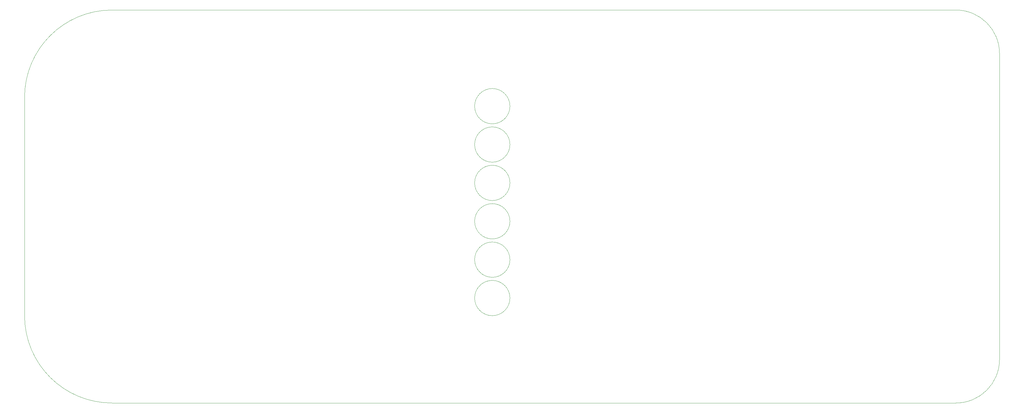
<source format=gbr>
%TF.GenerationSoftware,KiCad,Pcbnew,(6.0.0)*%
%TF.CreationDate,2022-08-03T23:08:05+01:00*%
%TF.ProjectId,Decware SE84,44656377-6172-4652-9053-4538342e6b69,rev?*%
%TF.SameCoordinates,Original*%
%TF.FileFunction,Profile,NP*%
%FSLAX46Y46*%
G04 Gerber Fmt 4.6, Leading zero omitted, Abs format (unit mm)*
G04 Created by KiCad (PCBNEW (6.0.0)) date 2022-08-03 23:08:05*
%MOMM*%
%LPD*%
G01*
G04 APERTURE LIST*
%TA.AperFunction,Profile*%
%ADD10C,0.100000*%
%TD*%
G04 APERTURE END LIST*
D10*
X150270001Y-86853341D02*
G75*
G03*
X150270001Y-86853341I-5247552J0D01*
G01*
X282780000Y-163680000D02*
G75*
G03*
X295709539Y-150740004I-10461J12939996D01*
G01*
X150270001Y-75446573D02*
G75*
G03*
X150270001Y-75446573I-5247552J0D01*
G01*
X32060000Y-46870000D02*
X282770000Y-46870000D01*
X295709996Y-59799539D02*
G75*
G03*
X282770000Y-46870000I-12939996J-10461D01*
G01*
X6070000Y-137690000D02*
X6070000Y-72860000D01*
X282780000Y-163680000D02*
X32060000Y-163680000D01*
X295709996Y-59799539D02*
X295709539Y-150740004D01*
X6070000Y-137690000D02*
G75*
G03*
X32060000Y-163680000I25990001J1D01*
G01*
X150270001Y-98260109D02*
G75*
G03*
X150270001Y-98260109I-5247552J0D01*
G01*
X32060000Y-46870000D02*
G75*
G03*
X6070000Y-72860000I1J-25990001D01*
G01*
X150270001Y-132480413D02*
G75*
G03*
X150270001Y-132480413I-5247552J0D01*
G01*
X150270001Y-109666877D02*
G75*
G03*
X150270001Y-109666877I-5247552J0D01*
G01*
X150270001Y-121073645D02*
G75*
G03*
X150270001Y-121073645I-5247552J0D01*
G01*
M02*

</source>
